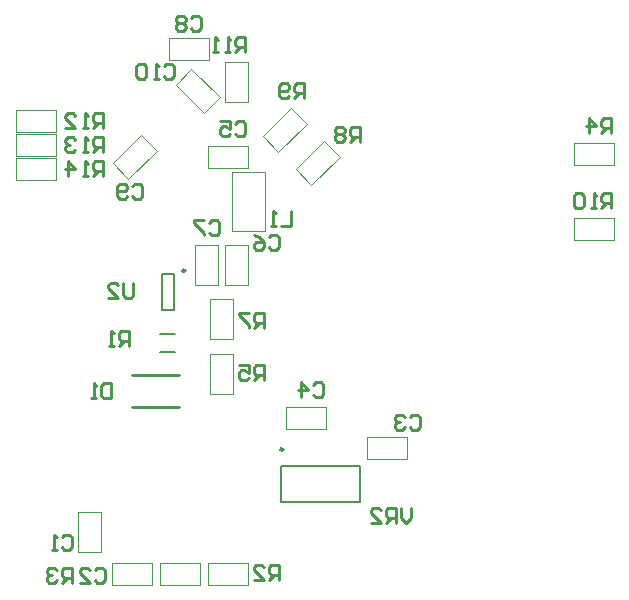
<source format=gbo>
G04 Layer_Color=32896*
%FSLAX25Y25*%
%MOIN*%
G70*
G01*
G75*
%ADD17C,0.01000*%
%ADD45C,0.00787*%
%ADD46C,0.00984*%
%ADD49C,0.00394*%
D17*
X73100Y64700D02*
X88800D01*
X73200Y75300D02*
X88900D01*
X107568Y159059D02*
X108401Y159892D01*
X110067D01*
X110900Y159059D01*
Y155727D01*
X110067Y154894D01*
X108401D01*
X107568Y155727D01*
X102569Y159892D02*
X105902D01*
Y157393D01*
X104235Y158226D01*
X103402D01*
X102569Y157393D01*
Y155727D01*
X103402Y154894D01*
X105069D01*
X105902Y155727D01*
X92668Y194165D02*
X93501Y194998D01*
X95167D01*
X96000Y194165D01*
Y190833D01*
X95167Y190000D01*
X93501D01*
X92668Y190833D01*
X91002Y194165D02*
X90169Y194998D01*
X88502D01*
X87669Y194165D01*
Y193332D01*
X88502Y192499D01*
X87669Y191666D01*
Y190833D01*
X88502Y190000D01*
X90169D01*
X91002Y190833D01*
Y191666D01*
X90169Y192499D01*
X91002Y193332D01*
Y194165D01*
X90169Y192499D02*
X88502D01*
X73168Y138165D02*
X74001Y138998D01*
X75667D01*
X76500Y138165D01*
Y134833D01*
X75667Y134000D01*
X74001D01*
X73168Y134833D01*
X71502D02*
X70669Y134000D01*
X69002D01*
X68169Y134833D01*
Y138165D01*
X69002Y138998D01*
X70669D01*
X71502Y138165D01*
Y137332D01*
X70669Y136499D01*
X68169D01*
X83668Y178165D02*
X84501Y178998D01*
X86167D01*
X87000Y178165D01*
Y174833D01*
X86167Y174000D01*
X84501D01*
X83668Y174833D01*
X82002Y174000D02*
X80335D01*
X81169D01*
Y178998D01*
X82002Y178165D01*
X77836D02*
X77003Y178998D01*
X75337D01*
X74504Y178165D01*
Y174833D01*
X75337Y174000D01*
X77003D01*
X77836Y174833D01*
Y178165D01*
X232900Y155894D02*
Y160892D01*
X230401D01*
X229568Y160059D01*
Y158393D01*
X230401Y157560D01*
X232900D01*
X231234D02*
X229568Y155894D01*
X225402D02*
Y160892D01*
X227902Y158393D01*
X224569D01*
X117000Y73555D02*
Y78553D01*
X114501D01*
X113668Y77720D01*
Y76054D01*
X114501Y75221D01*
X117000D01*
X115334D02*
X113668Y73555D01*
X108669Y78553D02*
X112002D01*
Y76054D01*
X110336Y76887D01*
X109502D01*
X108669Y76054D01*
Y74388D01*
X109502Y73555D01*
X111169D01*
X112002Y74388D01*
X117000Y91000D02*
Y95998D01*
X114501D01*
X113668Y95165D01*
Y93499D01*
X114501Y92666D01*
X117000D01*
X115334D02*
X113668Y91000D01*
X112002Y95998D02*
X108669D01*
Y95165D01*
X112002Y91833D01*
Y91000D01*
X149000Y153000D02*
Y157998D01*
X146501D01*
X145668Y157165D01*
Y155499D01*
X146501Y154666D01*
X149000D01*
X147334D02*
X145668Y153000D01*
X144002Y157165D02*
X143169Y157998D01*
X141502D01*
X140669Y157165D01*
Y156332D01*
X141502Y155499D01*
X140669Y154666D01*
Y153833D01*
X141502Y153000D01*
X143169D01*
X144002Y153833D01*
Y154666D01*
X143169Y155499D01*
X144002Y156332D01*
Y157165D01*
X143169Y155499D02*
X141502D01*
X130600Y167594D02*
Y172592D01*
X128101D01*
X127268Y171759D01*
Y170093D01*
X128101Y169260D01*
X130600D01*
X128934D02*
X127268Y167594D01*
X125602Y168427D02*
X124769Y167594D01*
X123102D01*
X122269Y168427D01*
Y171759D01*
X123102Y172592D01*
X124769D01*
X125602Y171759D01*
Y170926D01*
X124769Y170093D01*
X122269D01*
X232900Y130894D02*
Y135892D01*
X230401D01*
X229568Y135059D01*
Y133393D01*
X230401Y132560D01*
X232900D01*
X231234D02*
X229568Y130894D01*
X227902D02*
X226236D01*
X227069D01*
Y135892D01*
X227902Y135059D01*
X223736D02*
X222903Y135892D01*
X221237D01*
X220404Y135059D01*
Y131727D01*
X221237Y130894D01*
X222903D01*
X223736Y131727D01*
Y135059D01*
X110900Y182894D02*
Y187892D01*
X108401D01*
X107568Y187059D01*
Y185393D01*
X108401Y184560D01*
X110900D01*
X109234D02*
X107568Y182894D01*
X105902D02*
X104235D01*
X105069D01*
Y187892D01*
X105902Y187059D01*
X101736Y182894D02*
X100070D01*
X100903D01*
Y187892D01*
X101736Y187059D01*
X63400Y157494D02*
Y162492D01*
X60901D01*
X60068Y161659D01*
Y159993D01*
X60901Y159160D01*
X63400D01*
X61734D02*
X60068Y157494D01*
X58402D02*
X56735D01*
X57569D01*
Y162492D01*
X58402Y161659D01*
X50904Y157494D02*
X54236D01*
X50904Y160826D01*
Y161659D01*
X51737Y162492D01*
X53403D01*
X54236Y161659D01*
X63400Y149494D02*
Y154492D01*
X60901D01*
X60068Y153659D01*
Y151993D01*
X60901Y151160D01*
X63400D01*
X61734D02*
X60068Y149494D01*
X58402D02*
X56735D01*
X57569D01*
Y154492D01*
X58402Y153659D01*
X54236D02*
X53403Y154492D01*
X51737D01*
X50904Y153659D01*
Y152826D01*
X51737Y151993D01*
X52570D01*
X51737D01*
X50904Y151160D01*
Y150327D01*
X51737Y149494D01*
X53403D01*
X54236Y150327D01*
X63400Y141494D02*
Y146492D01*
X60901D01*
X60068Y145659D01*
Y143993D01*
X60901Y143160D01*
X63400D01*
X61734D02*
X60068Y141494D01*
X58402D02*
X56735D01*
X57569D01*
Y146492D01*
X58402Y145659D01*
X51737Y141494D02*
Y146492D01*
X54236Y143993D01*
X50904D01*
X73600Y105992D02*
Y101827D01*
X72767Y100994D01*
X71101D01*
X70268Y101827D01*
Y105992D01*
X65269Y100994D02*
X68602D01*
X65269Y104326D01*
Y105159D01*
X66102Y105992D01*
X67769D01*
X68602Y105159D01*
X49668Y21165D02*
X50501Y21998D01*
X52167D01*
X53000Y21165D01*
Y17833D01*
X52167Y17000D01*
X50501D01*
X49668Y17833D01*
X48002Y17000D02*
X46336D01*
X47169D01*
Y21998D01*
X48002Y21165D01*
X60668Y10165D02*
X61501Y10998D01*
X63167D01*
X64000Y10165D01*
Y6833D01*
X63167Y6000D01*
X61501D01*
X60668Y6833D01*
X55669Y6000D02*
X59002D01*
X55669Y9332D01*
Y10165D01*
X56502Y10998D01*
X58169D01*
X59002Y10165D01*
X165668Y61165D02*
X166501Y61998D01*
X168167D01*
X169000Y61165D01*
Y57833D01*
X168167Y57000D01*
X166501D01*
X165668Y57833D01*
X164002Y61165D02*
X163169Y61998D01*
X161502D01*
X160669Y61165D01*
Y60332D01*
X161502Y59499D01*
X162336D01*
X161502D01*
X160669Y58666D01*
Y57833D01*
X161502Y57000D01*
X163169D01*
X164002Y57833D01*
X133568Y72053D02*
X134401Y72886D01*
X136067D01*
X136900Y72053D01*
Y68721D01*
X136067Y67887D01*
X134401D01*
X133568Y68721D01*
X129402Y67887D02*
Y72886D01*
X131902Y70387D01*
X128569D01*
X118668Y121165D02*
X119501Y121998D01*
X121167D01*
X122000Y121165D01*
Y117833D01*
X121167Y117000D01*
X119501D01*
X118668Y117833D01*
X113669Y121998D02*
X115336Y121165D01*
X117002Y119499D01*
Y117833D01*
X116169Y117000D01*
X114502D01*
X113669Y117833D01*
Y118666D01*
X114502Y119499D01*
X117002D01*
X98868Y126059D02*
X99701Y126892D01*
X101367D01*
X102200Y126059D01*
Y122727D01*
X101367Y121894D01*
X99701D01*
X98868Y122727D01*
X97202Y126892D02*
X93869D01*
Y126059D01*
X97202Y122727D01*
Y121894D01*
X66200Y72492D02*
Y67494D01*
X63701D01*
X62868Y68327D01*
Y71659D01*
X63701Y72492D01*
X66200D01*
X61202Y67494D02*
X59535D01*
X60369D01*
Y72492D01*
X61202Y71659D01*
X126000Y129998D02*
Y125000D01*
X122668D01*
X121002D02*
X119335D01*
X120169D01*
Y129998D01*
X121002Y129165D01*
X72000Y85000D02*
Y89998D01*
X69501D01*
X68668Y89165D01*
Y87499D01*
X69501Y86666D01*
X72000D01*
X70334D02*
X68668Y85000D01*
X67002D02*
X65336D01*
X66169D01*
Y89998D01*
X67002Y89165D01*
X122000Y7000D02*
Y11998D01*
X119501D01*
X118668Y11165D01*
Y9499D01*
X119501Y8666D01*
X122000D01*
X120334D02*
X118668Y7000D01*
X113669D02*
X117002D01*
X113669Y10332D01*
Y11165D01*
X114502Y11998D01*
X116169D01*
X117002Y11165D01*
X53000Y6000D02*
Y10998D01*
X50501D01*
X49668Y10165D01*
Y8499D01*
X50501Y7666D01*
X53000D01*
X51334D02*
X49668Y6000D01*
X48002Y10165D02*
X47169Y10998D01*
X45502D01*
X44669Y10165D01*
Y9332D01*
X45502Y8499D01*
X46336D01*
X45502D01*
X44669Y7666D01*
Y6833D01*
X45502Y6000D01*
X47169D01*
X48002Y6833D01*
X166000Y30998D02*
Y27666D01*
X164334Y26000D01*
X162668Y27666D01*
Y30998D01*
X161002Y26000D02*
Y30998D01*
X158502D01*
X157669Y30165D01*
Y28499D01*
X158502Y27666D01*
X161002D01*
X159335D02*
X157669Y26000D01*
X152671D02*
X156003D01*
X152671Y29332D01*
Y30165D01*
X153504Y30998D01*
X155170D01*
X156003Y30165D01*
D45*
X83031Y108905D02*
X86968D01*
X83031Y97095D02*
X86968D01*
Y108905D01*
X83031Y97095D02*
Y108905D01*
X82441Y89051D02*
X87559D01*
X82441Y82949D02*
X87559D01*
X149189Y32898D02*
Y45102D01*
X122811Y32898D02*
Y45102D01*
Y32898D02*
X149189D01*
X122811Y45102D02*
X149189D01*
D46*
X90905Y110087D02*
G03*
X90905Y110087I-492J0D01*
G01*
X123500Y50516D02*
G03*
X123500Y50516I-492J0D01*
G01*
D49*
X70173Y64685D02*
G03*
X70173Y64685I-197J0D01*
G01*
X220307Y145260D02*
X233693D01*
Y152740D01*
X220307D02*
X233693D01*
X220307Y145260D02*
Y152740D01*
Y120260D02*
X233693D01*
Y127740D01*
X220307D02*
X233693D01*
X220307Y120260D02*
Y127740D01*
X66307Y12740D02*
X79693D01*
X66307Y5260D02*
Y12740D01*
Y5260D02*
X79693D01*
Y12740D01*
X98307D02*
X111693D01*
X98307Y5260D02*
Y12740D01*
Y5260D02*
X111693D01*
Y12740D01*
X82307Y5260D02*
X95693D01*
Y12740D01*
X82307D02*
X95693D01*
X82307Y5260D02*
Y12740D01*
X101740Y105307D02*
Y118693D01*
X94260D02*
X101740D01*
X94260Y105307D02*
Y118693D01*
Y105307D02*
X101740D01*
X106488Y123358D02*
Y142847D01*
Y123358D02*
X117512D01*
Y142847D01*
X106488D02*
X117512D01*
X111740Y105307D02*
Y118693D01*
X104260D02*
X111740D01*
X104260Y105307D02*
Y118693D01*
Y105307D02*
X111740D01*
X98307Y144260D02*
X111693D01*
Y151740D01*
X98307D02*
X111693D01*
X98307Y144260D02*
Y151740D01*
X99260Y87307D02*
Y100693D01*
Y87307D02*
X106740D01*
Y100693D01*
X99260D02*
X106740D01*
X99260Y68862D02*
Y82248D01*
Y68862D02*
X106740D01*
Y82248D01*
X99260D02*
X106740D01*
X124307Y57260D02*
X137693D01*
Y64740D01*
X124307D02*
X137693D01*
X124307Y57260D02*
Y64740D01*
X104260Y166307D02*
Y179693D01*
Y166307D02*
X111740D01*
Y179693D01*
X104260D02*
X111740D01*
X116623Y154912D02*
X126088Y164377D01*
X116623Y154912D02*
X121912Y149623D01*
X131377Y159088D01*
X126088Y164377D02*
X131377Y159088D01*
X127623Y143912D02*
X137088Y153377D01*
X127623Y143912D02*
X132912Y138623D01*
X142377Y148088D01*
X137088Y153377D02*
X142377Y148088D01*
X71912Y140623D02*
X81377Y150088D01*
X76088Y155377D02*
X81377Y150088D01*
X66623Y145912D02*
X76088Y155377D01*
X66623Y145912D02*
X71912Y140623D01*
X87623Y172088D02*
X97088Y162623D01*
X102377Y167912D01*
X92912Y177377D02*
X102377Y167912D01*
X87623Y172088D02*
X92912Y177377D01*
X62740Y16307D02*
Y29693D01*
X55260D02*
X62740D01*
X55260Y16307D02*
Y29693D01*
Y16307D02*
X62740D01*
X151307Y54740D02*
X164693D01*
X151307Y47260D02*
Y54740D01*
Y47260D02*
X164693D01*
Y54740D01*
X34307Y148260D02*
X47693D01*
Y155740D01*
X34307D02*
X47693D01*
X34307Y148260D02*
Y155740D01*
Y156260D02*
X47693D01*
Y163740D01*
X34307D02*
X47693D01*
X34307Y156260D02*
Y163740D01*
Y140260D02*
X47693D01*
Y147740D01*
X34307D02*
X47693D01*
X34307Y140260D02*
Y147740D01*
X85307Y180260D02*
X98693D01*
Y187740D01*
X85307D02*
X98693D01*
X85307Y180260D02*
Y187740D01*
M02*

</source>
